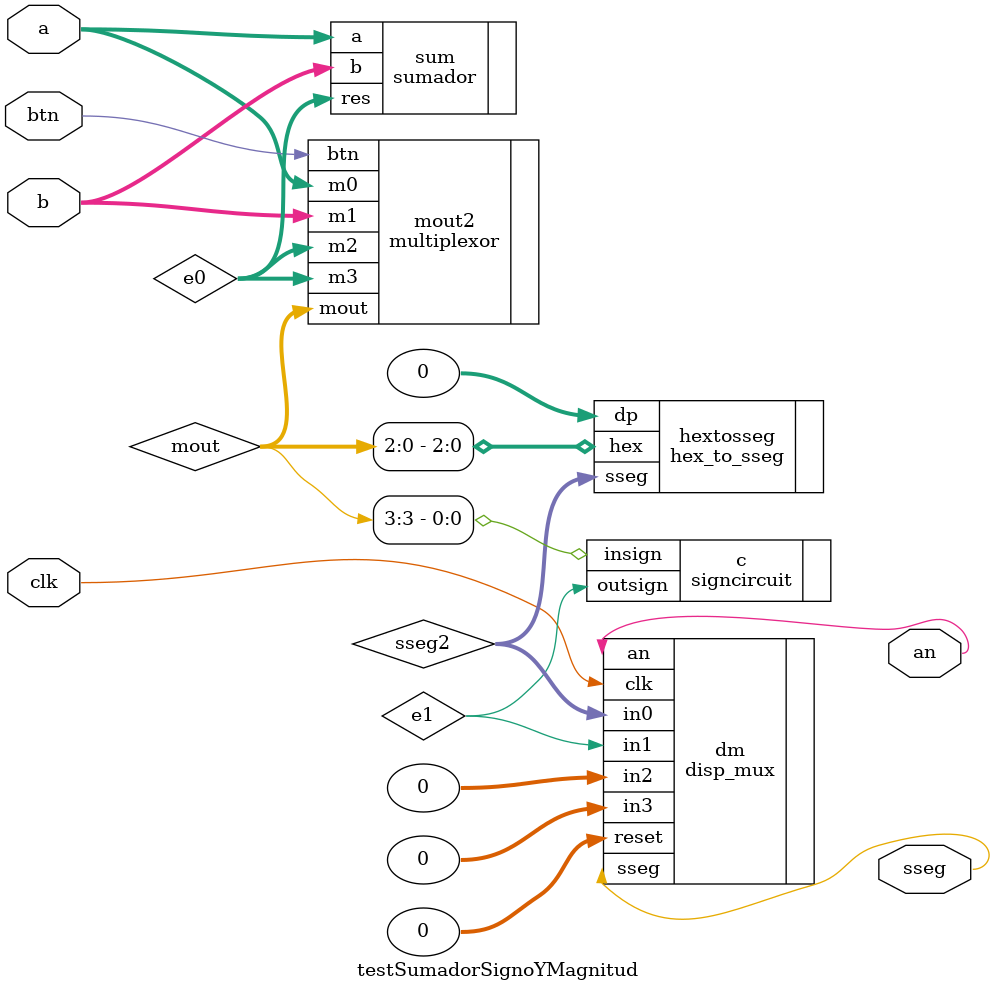
<source format=v>
`timescale 1ns / 1ps
module testSumadorSignoYMagnitud(
    input [3:0] a,
    input [3:0] b,
    input btn,
    input clk,
    output sseg,
    output an
    );

	 wire [3:0] e0;
	 wire [3:0] mout;
	 sumador sum (.a(a), .b(b), .res(e0));
	 multiplexor mout2 (.m0(a), .m1(b), .m2(e0), .m3(e0), .btn(btn) , .mout(mout));
	 
	 wire [7:0] sseg2;
	 hex_to_sseg hextosseg (.hex(mout[2:0]), .dp(0), .sseg(sseg2));
	 
	 wire e1;
	 signcircuit c (.insign(mout[3]), .outsign(e1));
	 
	 disp_mux dm (.in3(0), .in2(0), .in1(e1), .in0(sseg2), .sseg(sseg), .an(an), .reset(0), .clk(clk));
	 
	  
	 

endmodule

</source>
